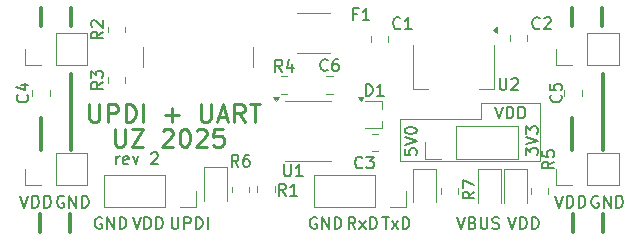
<source format=gbr>
%TF.GenerationSoftware,KiCad,Pcbnew,9.0.3*%
%TF.CreationDate,2025-08-21T23:57:32+02:00*%
%TF.ProjectId,20250807_updi,32303235-3038-4303-975f-757064692e6b,rev?*%
%TF.SameCoordinates,Original*%
%TF.FileFunction,Legend,Top*%
%TF.FilePolarity,Positive*%
%FSLAX46Y46*%
G04 Gerber Fmt 4.6, Leading zero omitted, Abs format (unit mm)*
G04 Created by KiCad (PCBNEW 9.0.3) date 2025-08-21 23:57:32*
%MOMM*%
%LPD*%
G01*
G04 APERTURE LIST*
%ADD10C,0.200000*%
%ADD11C,0.100000*%
%ADD12C,0.350000*%
%ADD13C,0.250000*%
%ADD14C,0.150000*%
%ADD15C,0.120000*%
G04 APERTURE END LIST*
D10*
X199399673Y-93747219D02*
X199399673Y-93080552D01*
X199399673Y-93271028D02*
X199447292Y-93175790D01*
X199447292Y-93175790D02*
X199494911Y-93128171D01*
X199494911Y-93128171D02*
X199590149Y-93080552D01*
X199590149Y-93080552D02*
X199685387Y-93080552D01*
X200399673Y-93699600D02*
X200304435Y-93747219D01*
X200304435Y-93747219D02*
X200113959Y-93747219D01*
X200113959Y-93747219D02*
X200018721Y-93699600D01*
X200018721Y-93699600D02*
X199971102Y-93604361D01*
X199971102Y-93604361D02*
X199971102Y-93223409D01*
X199971102Y-93223409D02*
X200018721Y-93128171D01*
X200018721Y-93128171D02*
X200113959Y-93080552D01*
X200113959Y-93080552D02*
X200304435Y-93080552D01*
X200304435Y-93080552D02*
X200399673Y-93128171D01*
X200399673Y-93128171D02*
X200447292Y-93223409D01*
X200447292Y-93223409D02*
X200447292Y-93318647D01*
X200447292Y-93318647D02*
X199971102Y-93413885D01*
X200780626Y-93080552D02*
X201018721Y-93747219D01*
X201018721Y-93747219D02*
X201256816Y-93080552D01*
X202352055Y-92842457D02*
X202399674Y-92794838D01*
X202399674Y-92794838D02*
X202494912Y-92747219D01*
X202494912Y-92747219D02*
X202733007Y-92747219D01*
X202733007Y-92747219D02*
X202828245Y-92794838D01*
X202828245Y-92794838D02*
X202875864Y-92842457D01*
X202875864Y-92842457D02*
X202923483Y-92937695D01*
X202923483Y-92937695D02*
X202923483Y-93032933D01*
X202923483Y-93032933D02*
X202875864Y-93175790D01*
X202875864Y-93175790D02*
X202304436Y-93747219D01*
X202304436Y-93747219D02*
X202923483Y-93747219D01*
D11*
X230250000Y-88550000D02*
X235300000Y-88550000D01*
D12*
X195450000Y-98000000D02*
X195450000Y-99500000D01*
X195550000Y-80500000D02*
X195550000Y-82000000D01*
X193050000Y-80500000D02*
X193050000Y-82000000D01*
D11*
X235300000Y-93450000D02*
X223450000Y-93450000D01*
X235300000Y-88550000D02*
X235300000Y-93450000D01*
D12*
X238095000Y-98000000D02*
X238095000Y-99500000D01*
X240500000Y-80500000D02*
X240500000Y-82000000D01*
X238000000Y-80500000D02*
X238000000Y-82000000D01*
D11*
X223450000Y-89950000D02*
X230250000Y-89950000D01*
D12*
X240595000Y-98000000D02*
X240595000Y-99500000D01*
X193000000Y-89850000D02*
X193000000Y-92500000D01*
X240595000Y-86100000D02*
X240595000Y-92500000D01*
D11*
X223450000Y-93450000D02*
X223450000Y-89950000D01*
D12*
X192950000Y-98000000D02*
X192950000Y-99500000D01*
X195595000Y-86100000D02*
X195595000Y-92500000D01*
X238000000Y-89850000D02*
X238000000Y-92500000D01*
D11*
X230250000Y-89950000D02*
X230250000Y-88550000D01*
D10*
X240193482Y-96464838D02*
X240098244Y-96417219D01*
X240098244Y-96417219D02*
X239955387Y-96417219D01*
X239955387Y-96417219D02*
X239812530Y-96464838D01*
X239812530Y-96464838D02*
X239717292Y-96560076D01*
X239717292Y-96560076D02*
X239669673Y-96655314D01*
X239669673Y-96655314D02*
X239622054Y-96845790D01*
X239622054Y-96845790D02*
X239622054Y-96988647D01*
X239622054Y-96988647D02*
X239669673Y-97179123D01*
X239669673Y-97179123D02*
X239717292Y-97274361D01*
X239717292Y-97274361D02*
X239812530Y-97369600D01*
X239812530Y-97369600D02*
X239955387Y-97417219D01*
X239955387Y-97417219D02*
X240050625Y-97417219D01*
X240050625Y-97417219D02*
X240193482Y-97369600D01*
X240193482Y-97369600D02*
X240241101Y-97321980D01*
X240241101Y-97321980D02*
X240241101Y-96988647D01*
X240241101Y-96988647D02*
X240050625Y-96988647D01*
X240669673Y-97417219D02*
X240669673Y-96417219D01*
X240669673Y-96417219D02*
X241241101Y-97417219D01*
X241241101Y-97417219D02*
X241241101Y-96417219D01*
X241717292Y-97417219D02*
X241717292Y-96417219D01*
X241717292Y-96417219D02*
X241955387Y-96417219D01*
X241955387Y-96417219D02*
X242098244Y-96464838D01*
X242098244Y-96464838D02*
X242193482Y-96560076D01*
X242193482Y-96560076D02*
X242241101Y-96655314D01*
X242241101Y-96655314D02*
X242288720Y-96845790D01*
X242288720Y-96845790D02*
X242288720Y-96988647D01*
X242288720Y-96988647D02*
X242241101Y-97179123D01*
X242241101Y-97179123D02*
X242193482Y-97274361D01*
X242193482Y-97274361D02*
X242098244Y-97369600D01*
X242098244Y-97369600D02*
X241955387Y-97417219D01*
X241955387Y-97417219D02*
X241717292Y-97417219D01*
X231426816Y-88867219D02*
X231760149Y-89867219D01*
X231760149Y-89867219D02*
X232093482Y-88867219D01*
X232426816Y-89867219D02*
X232426816Y-88867219D01*
X232426816Y-88867219D02*
X232664911Y-88867219D01*
X232664911Y-88867219D02*
X232807768Y-88914838D01*
X232807768Y-88914838D02*
X232903006Y-89010076D01*
X232903006Y-89010076D02*
X232950625Y-89105314D01*
X232950625Y-89105314D02*
X232998244Y-89295790D01*
X232998244Y-89295790D02*
X232998244Y-89438647D01*
X232998244Y-89438647D02*
X232950625Y-89629123D01*
X232950625Y-89629123D02*
X232903006Y-89724361D01*
X232903006Y-89724361D02*
X232807768Y-89819600D01*
X232807768Y-89819600D02*
X232664911Y-89867219D01*
X232664911Y-89867219D02*
X232426816Y-89867219D01*
X233426816Y-89867219D02*
X233426816Y-88867219D01*
X233426816Y-88867219D02*
X233664911Y-88867219D01*
X233664911Y-88867219D02*
X233807768Y-88914838D01*
X233807768Y-88914838D02*
X233903006Y-89010076D01*
X233903006Y-89010076D02*
X233950625Y-89105314D01*
X233950625Y-89105314D02*
X233998244Y-89295790D01*
X233998244Y-89295790D02*
X233998244Y-89438647D01*
X233998244Y-89438647D02*
X233950625Y-89629123D01*
X233950625Y-89629123D02*
X233903006Y-89724361D01*
X233903006Y-89724361D02*
X233807768Y-89819600D01*
X233807768Y-89819600D02*
X233664911Y-89867219D01*
X233664911Y-89867219D02*
X233426816Y-89867219D01*
X191276816Y-96417219D02*
X191610149Y-97417219D01*
X191610149Y-97417219D02*
X191943482Y-96417219D01*
X192276816Y-97417219D02*
X192276816Y-96417219D01*
X192276816Y-96417219D02*
X192514911Y-96417219D01*
X192514911Y-96417219D02*
X192657768Y-96464838D01*
X192657768Y-96464838D02*
X192753006Y-96560076D01*
X192753006Y-96560076D02*
X192800625Y-96655314D01*
X192800625Y-96655314D02*
X192848244Y-96845790D01*
X192848244Y-96845790D02*
X192848244Y-96988647D01*
X192848244Y-96988647D02*
X192800625Y-97179123D01*
X192800625Y-97179123D02*
X192753006Y-97274361D01*
X192753006Y-97274361D02*
X192657768Y-97369600D01*
X192657768Y-97369600D02*
X192514911Y-97417219D01*
X192514911Y-97417219D02*
X192276816Y-97417219D01*
X193276816Y-97417219D02*
X193276816Y-96417219D01*
X193276816Y-96417219D02*
X193514911Y-96417219D01*
X193514911Y-96417219D02*
X193657768Y-96464838D01*
X193657768Y-96464838D02*
X193753006Y-96560076D01*
X193753006Y-96560076D02*
X193800625Y-96655314D01*
X193800625Y-96655314D02*
X193848244Y-96845790D01*
X193848244Y-96845790D02*
X193848244Y-96988647D01*
X193848244Y-96988647D02*
X193800625Y-97179123D01*
X193800625Y-97179123D02*
X193753006Y-97274361D01*
X193753006Y-97274361D02*
X193657768Y-97369600D01*
X193657768Y-97369600D02*
X193514911Y-97417219D01*
X193514911Y-97417219D02*
X193276816Y-97417219D01*
X232576816Y-98217219D02*
X232910149Y-99217219D01*
X232910149Y-99217219D02*
X233243482Y-98217219D01*
X233576816Y-99217219D02*
X233576816Y-98217219D01*
X233576816Y-98217219D02*
X233814911Y-98217219D01*
X233814911Y-98217219D02*
X233957768Y-98264838D01*
X233957768Y-98264838D02*
X234053006Y-98360076D01*
X234053006Y-98360076D02*
X234100625Y-98455314D01*
X234100625Y-98455314D02*
X234148244Y-98645790D01*
X234148244Y-98645790D02*
X234148244Y-98788647D01*
X234148244Y-98788647D02*
X234100625Y-98979123D01*
X234100625Y-98979123D02*
X234053006Y-99074361D01*
X234053006Y-99074361D02*
X233957768Y-99169600D01*
X233957768Y-99169600D02*
X233814911Y-99217219D01*
X233814911Y-99217219D02*
X233576816Y-99217219D01*
X234576816Y-99217219D02*
X234576816Y-98217219D01*
X234576816Y-98217219D02*
X234814911Y-98217219D01*
X234814911Y-98217219D02*
X234957768Y-98264838D01*
X234957768Y-98264838D02*
X235053006Y-98360076D01*
X235053006Y-98360076D02*
X235100625Y-98455314D01*
X235100625Y-98455314D02*
X235148244Y-98645790D01*
X235148244Y-98645790D02*
X235148244Y-98788647D01*
X235148244Y-98788647D02*
X235100625Y-98979123D01*
X235100625Y-98979123D02*
X235053006Y-99074361D01*
X235053006Y-99074361D02*
X234957768Y-99169600D01*
X234957768Y-99169600D02*
X234814911Y-99217219D01*
X234814911Y-99217219D02*
X234576816Y-99217219D01*
D13*
X197101615Y-88643428D02*
X197101615Y-89857714D01*
X197101615Y-89857714D02*
X197173044Y-90000571D01*
X197173044Y-90000571D02*
X197244473Y-90072000D01*
X197244473Y-90072000D02*
X197387330Y-90143428D01*
X197387330Y-90143428D02*
X197673044Y-90143428D01*
X197673044Y-90143428D02*
X197815901Y-90072000D01*
X197815901Y-90072000D02*
X197887330Y-90000571D01*
X197887330Y-90000571D02*
X197958758Y-89857714D01*
X197958758Y-89857714D02*
X197958758Y-88643428D01*
X198673044Y-90143428D02*
X198673044Y-88643428D01*
X198673044Y-88643428D02*
X199244473Y-88643428D01*
X199244473Y-88643428D02*
X199387330Y-88714857D01*
X199387330Y-88714857D02*
X199458759Y-88786285D01*
X199458759Y-88786285D02*
X199530187Y-88929142D01*
X199530187Y-88929142D02*
X199530187Y-89143428D01*
X199530187Y-89143428D02*
X199458759Y-89286285D01*
X199458759Y-89286285D02*
X199387330Y-89357714D01*
X199387330Y-89357714D02*
X199244473Y-89429142D01*
X199244473Y-89429142D02*
X198673044Y-89429142D01*
X200173044Y-90143428D02*
X200173044Y-88643428D01*
X200173044Y-88643428D02*
X200530187Y-88643428D01*
X200530187Y-88643428D02*
X200744473Y-88714857D01*
X200744473Y-88714857D02*
X200887330Y-88857714D01*
X200887330Y-88857714D02*
X200958759Y-89000571D01*
X200958759Y-89000571D02*
X201030187Y-89286285D01*
X201030187Y-89286285D02*
X201030187Y-89500571D01*
X201030187Y-89500571D02*
X200958759Y-89786285D01*
X200958759Y-89786285D02*
X200887330Y-89929142D01*
X200887330Y-89929142D02*
X200744473Y-90072000D01*
X200744473Y-90072000D02*
X200530187Y-90143428D01*
X200530187Y-90143428D02*
X200173044Y-90143428D01*
X201673044Y-90143428D02*
X201673044Y-88643428D01*
X203530187Y-89572000D02*
X204673045Y-89572000D01*
X204101616Y-90143428D02*
X204101616Y-89000571D01*
X206530187Y-88643428D02*
X206530187Y-89857714D01*
X206530187Y-89857714D02*
X206601616Y-90000571D01*
X206601616Y-90000571D02*
X206673045Y-90072000D01*
X206673045Y-90072000D02*
X206815902Y-90143428D01*
X206815902Y-90143428D02*
X207101616Y-90143428D01*
X207101616Y-90143428D02*
X207244473Y-90072000D01*
X207244473Y-90072000D02*
X207315902Y-90000571D01*
X207315902Y-90000571D02*
X207387330Y-89857714D01*
X207387330Y-89857714D02*
X207387330Y-88643428D01*
X208030188Y-89714857D02*
X208744474Y-89714857D01*
X207887331Y-90143428D02*
X208387331Y-88643428D01*
X208387331Y-88643428D02*
X208887331Y-90143428D01*
X210244473Y-90143428D02*
X209744473Y-89429142D01*
X209387330Y-90143428D02*
X209387330Y-88643428D01*
X209387330Y-88643428D02*
X209958759Y-88643428D01*
X209958759Y-88643428D02*
X210101616Y-88714857D01*
X210101616Y-88714857D02*
X210173045Y-88786285D01*
X210173045Y-88786285D02*
X210244473Y-88929142D01*
X210244473Y-88929142D02*
X210244473Y-89143428D01*
X210244473Y-89143428D02*
X210173045Y-89286285D01*
X210173045Y-89286285D02*
X210101616Y-89357714D01*
X210101616Y-89357714D02*
X209958759Y-89429142D01*
X209958759Y-89429142D02*
X209387330Y-89429142D01*
X210673045Y-88643428D02*
X211530188Y-88643428D01*
X211101616Y-90143428D02*
X211101616Y-88643428D01*
D10*
X204069673Y-98217219D02*
X204069673Y-99026742D01*
X204069673Y-99026742D02*
X204117292Y-99121980D01*
X204117292Y-99121980D02*
X204164911Y-99169600D01*
X204164911Y-99169600D02*
X204260149Y-99217219D01*
X204260149Y-99217219D02*
X204450625Y-99217219D01*
X204450625Y-99217219D02*
X204545863Y-99169600D01*
X204545863Y-99169600D02*
X204593482Y-99121980D01*
X204593482Y-99121980D02*
X204641101Y-99026742D01*
X204641101Y-99026742D02*
X204641101Y-98217219D01*
X205117292Y-99217219D02*
X205117292Y-98217219D01*
X205117292Y-98217219D02*
X205498244Y-98217219D01*
X205498244Y-98217219D02*
X205593482Y-98264838D01*
X205593482Y-98264838D02*
X205641101Y-98312457D01*
X205641101Y-98312457D02*
X205688720Y-98407695D01*
X205688720Y-98407695D02*
X205688720Y-98550552D01*
X205688720Y-98550552D02*
X205641101Y-98645790D01*
X205641101Y-98645790D02*
X205593482Y-98693409D01*
X205593482Y-98693409D02*
X205498244Y-98741028D01*
X205498244Y-98741028D02*
X205117292Y-98741028D01*
X206117292Y-99217219D02*
X206117292Y-98217219D01*
X206117292Y-98217219D02*
X206355387Y-98217219D01*
X206355387Y-98217219D02*
X206498244Y-98264838D01*
X206498244Y-98264838D02*
X206593482Y-98360076D01*
X206593482Y-98360076D02*
X206641101Y-98455314D01*
X206641101Y-98455314D02*
X206688720Y-98645790D01*
X206688720Y-98645790D02*
X206688720Y-98788647D01*
X206688720Y-98788647D02*
X206641101Y-98979123D01*
X206641101Y-98979123D02*
X206593482Y-99074361D01*
X206593482Y-99074361D02*
X206498244Y-99169600D01*
X206498244Y-99169600D02*
X206355387Y-99217219D01*
X206355387Y-99217219D02*
X206117292Y-99217219D01*
X207117292Y-99217219D02*
X207117292Y-98217219D01*
X221926816Y-98217219D02*
X222498244Y-98217219D01*
X222212530Y-99217219D02*
X222212530Y-98217219D01*
X222736340Y-99217219D02*
X223260149Y-98550552D01*
X222736340Y-98550552D02*
X223260149Y-99217219D01*
X223641102Y-99217219D02*
X223641102Y-98217219D01*
X223641102Y-98217219D02*
X223879197Y-98217219D01*
X223879197Y-98217219D02*
X224022054Y-98264838D01*
X224022054Y-98264838D02*
X224117292Y-98360076D01*
X224117292Y-98360076D02*
X224164911Y-98455314D01*
X224164911Y-98455314D02*
X224212530Y-98645790D01*
X224212530Y-98645790D02*
X224212530Y-98788647D01*
X224212530Y-98788647D02*
X224164911Y-98979123D01*
X224164911Y-98979123D02*
X224117292Y-99074361D01*
X224117292Y-99074361D02*
X224022054Y-99169600D01*
X224022054Y-99169600D02*
X223879197Y-99217219D01*
X223879197Y-99217219D02*
X223641102Y-99217219D01*
X219641101Y-99217219D02*
X219307768Y-98741028D01*
X219069673Y-99217219D02*
X219069673Y-98217219D01*
X219069673Y-98217219D02*
X219450625Y-98217219D01*
X219450625Y-98217219D02*
X219545863Y-98264838D01*
X219545863Y-98264838D02*
X219593482Y-98312457D01*
X219593482Y-98312457D02*
X219641101Y-98407695D01*
X219641101Y-98407695D02*
X219641101Y-98550552D01*
X219641101Y-98550552D02*
X219593482Y-98645790D01*
X219593482Y-98645790D02*
X219545863Y-98693409D01*
X219545863Y-98693409D02*
X219450625Y-98741028D01*
X219450625Y-98741028D02*
X219069673Y-98741028D01*
X219974435Y-99217219D02*
X220498244Y-98550552D01*
X219974435Y-98550552D02*
X220498244Y-99217219D01*
X220879197Y-99217219D02*
X220879197Y-98217219D01*
X220879197Y-98217219D02*
X221117292Y-98217219D01*
X221117292Y-98217219D02*
X221260149Y-98264838D01*
X221260149Y-98264838D02*
X221355387Y-98360076D01*
X221355387Y-98360076D02*
X221403006Y-98455314D01*
X221403006Y-98455314D02*
X221450625Y-98645790D01*
X221450625Y-98645790D02*
X221450625Y-98788647D01*
X221450625Y-98788647D02*
X221403006Y-98979123D01*
X221403006Y-98979123D02*
X221355387Y-99074361D01*
X221355387Y-99074361D02*
X221260149Y-99169600D01*
X221260149Y-99169600D02*
X221117292Y-99217219D01*
X221117292Y-99217219D02*
X220879197Y-99217219D01*
X228226816Y-98217219D02*
X228560149Y-99217219D01*
X228560149Y-99217219D02*
X228893482Y-98217219D01*
X229560149Y-98693409D02*
X229703006Y-98741028D01*
X229703006Y-98741028D02*
X229750625Y-98788647D01*
X229750625Y-98788647D02*
X229798244Y-98883885D01*
X229798244Y-98883885D02*
X229798244Y-99026742D01*
X229798244Y-99026742D02*
X229750625Y-99121980D01*
X229750625Y-99121980D02*
X229703006Y-99169600D01*
X229703006Y-99169600D02*
X229607768Y-99217219D01*
X229607768Y-99217219D02*
X229226816Y-99217219D01*
X229226816Y-99217219D02*
X229226816Y-98217219D01*
X229226816Y-98217219D02*
X229560149Y-98217219D01*
X229560149Y-98217219D02*
X229655387Y-98264838D01*
X229655387Y-98264838D02*
X229703006Y-98312457D01*
X229703006Y-98312457D02*
X229750625Y-98407695D01*
X229750625Y-98407695D02*
X229750625Y-98502933D01*
X229750625Y-98502933D02*
X229703006Y-98598171D01*
X229703006Y-98598171D02*
X229655387Y-98645790D01*
X229655387Y-98645790D02*
X229560149Y-98693409D01*
X229560149Y-98693409D02*
X229226816Y-98693409D01*
X230226816Y-98217219D02*
X230226816Y-99026742D01*
X230226816Y-99026742D02*
X230274435Y-99121980D01*
X230274435Y-99121980D02*
X230322054Y-99169600D01*
X230322054Y-99169600D02*
X230417292Y-99217219D01*
X230417292Y-99217219D02*
X230607768Y-99217219D01*
X230607768Y-99217219D02*
X230703006Y-99169600D01*
X230703006Y-99169600D02*
X230750625Y-99121980D01*
X230750625Y-99121980D02*
X230798244Y-99026742D01*
X230798244Y-99026742D02*
X230798244Y-98217219D01*
X231226816Y-99169600D02*
X231369673Y-99217219D01*
X231369673Y-99217219D02*
X231607768Y-99217219D01*
X231607768Y-99217219D02*
X231703006Y-99169600D01*
X231703006Y-99169600D02*
X231750625Y-99121980D01*
X231750625Y-99121980D02*
X231798244Y-99026742D01*
X231798244Y-99026742D02*
X231798244Y-98931504D01*
X231798244Y-98931504D02*
X231750625Y-98836266D01*
X231750625Y-98836266D02*
X231703006Y-98788647D01*
X231703006Y-98788647D02*
X231607768Y-98741028D01*
X231607768Y-98741028D02*
X231417292Y-98693409D01*
X231417292Y-98693409D02*
X231322054Y-98645790D01*
X231322054Y-98645790D02*
X231274435Y-98598171D01*
X231274435Y-98598171D02*
X231226816Y-98502933D01*
X231226816Y-98502933D02*
X231226816Y-98407695D01*
X231226816Y-98407695D02*
X231274435Y-98312457D01*
X231274435Y-98312457D02*
X231322054Y-98264838D01*
X231322054Y-98264838D02*
X231417292Y-98217219D01*
X231417292Y-98217219D02*
X231655387Y-98217219D01*
X231655387Y-98217219D02*
X231798244Y-98264838D01*
X216343482Y-98264838D02*
X216248244Y-98217219D01*
X216248244Y-98217219D02*
X216105387Y-98217219D01*
X216105387Y-98217219D02*
X215962530Y-98264838D01*
X215962530Y-98264838D02*
X215867292Y-98360076D01*
X215867292Y-98360076D02*
X215819673Y-98455314D01*
X215819673Y-98455314D02*
X215772054Y-98645790D01*
X215772054Y-98645790D02*
X215772054Y-98788647D01*
X215772054Y-98788647D02*
X215819673Y-98979123D01*
X215819673Y-98979123D02*
X215867292Y-99074361D01*
X215867292Y-99074361D02*
X215962530Y-99169600D01*
X215962530Y-99169600D02*
X216105387Y-99217219D01*
X216105387Y-99217219D02*
X216200625Y-99217219D01*
X216200625Y-99217219D02*
X216343482Y-99169600D01*
X216343482Y-99169600D02*
X216391101Y-99121980D01*
X216391101Y-99121980D02*
X216391101Y-98788647D01*
X216391101Y-98788647D02*
X216200625Y-98788647D01*
X216819673Y-99217219D02*
X216819673Y-98217219D01*
X216819673Y-98217219D02*
X217391101Y-99217219D01*
X217391101Y-99217219D02*
X217391101Y-98217219D01*
X217867292Y-99217219D02*
X217867292Y-98217219D01*
X217867292Y-98217219D02*
X218105387Y-98217219D01*
X218105387Y-98217219D02*
X218248244Y-98264838D01*
X218248244Y-98264838D02*
X218343482Y-98360076D01*
X218343482Y-98360076D02*
X218391101Y-98455314D01*
X218391101Y-98455314D02*
X218438720Y-98645790D01*
X218438720Y-98645790D02*
X218438720Y-98788647D01*
X218438720Y-98788647D02*
X218391101Y-98979123D01*
X218391101Y-98979123D02*
X218343482Y-99074361D01*
X218343482Y-99074361D02*
X218248244Y-99169600D01*
X218248244Y-99169600D02*
X218105387Y-99217219D01*
X218105387Y-99217219D02*
X217867292Y-99217219D01*
X236526816Y-96417219D02*
X236860149Y-97417219D01*
X236860149Y-97417219D02*
X237193482Y-96417219D01*
X237526816Y-97417219D02*
X237526816Y-96417219D01*
X237526816Y-96417219D02*
X237764911Y-96417219D01*
X237764911Y-96417219D02*
X237907768Y-96464838D01*
X237907768Y-96464838D02*
X238003006Y-96560076D01*
X238003006Y-96560076D02*
X238050625Y-96655314D01*
X238050625Y-96655314D02*
X238098244Y-96845790D01*
X238098244Y-96845790D02*
X238098244Y-96988647D01*
X238098244Y-96988647D02*
X238050625Y-97179123D01*
X238050625Y-97179123D02*
X238003006Y-97274361D01*
X238003006Y-97274361D02*
X237907768Y-97369600D01*
X237907768Y-97369600D02*
X237764911Y-97417219D01*
X237764911Y-97417219D02*
X237526816Y-97417219D01*
X238526816Y-97417219D02*
X238526816Y-96417219D01*
X238526816Y-96417219D02*
X238764911Y-96417219D01*
X238764911Y-96417219D02*
X238907768Y-96464838D01*
X238907768Y-96464838D02*
X239003006Y-96560076D01*
X239003006Y-96560076D02*
X239050625Y-96655314D01*
X239050625Y-96655314D02*
X239098244Y-96845790D01*
X239098244Y-96845790D02*
X239098244Y-96988647D01*
X239098244Y-96988647D02*
X239050625Y-97179123D01*
X239050625Y-97179123D02*
X239003006Y-97274361D01*
X239003006Y-97274361D02*
X238907768Y-97369600D01*
X238907768Y-97369600D02*
X238764911Y-97417219D01*
X238764911Y-97417219D02*
X238526816Y-97417219D01*
X200776816Y-98217219D02*
X201110149Y-99217219D01*
X201110149Y-99217219D02*
X201443482Y-98217219D01*
X201776816Y-99217219D02*
X201776816Y-98217219D01*
X201776816Y-98217219D02*
X202014911Y-98217219D01*
X202014911Y-98217219D02*
X202157768Y-98264838D01*
X202157768Y-98264838D02*
X202253006Y-98360076D01*
X202253006Y-98360076D02*
X202300625Y-98455314D01*
X202300625Y-98455314D02*
X202348244Y-98645790D01*
X202348244Y-98645790D02*
X202348244Y-98788647D01*
X202348244Y-98788647D02*
X202300625Y-98979123D01*
X202300625Y-98979123D02*
X202253006Y-99074361D01*
X202253006Y-99074361D02*
X202157768Y-99169600D01*
X202157768Y-99169600D02*
X202014911Y-99217219D01*
X202014911Y-99217219D02*
X201776816Y-99217219D01*
X202776816Y-99217219D02*
X202776816Y-98217219D01*
X202776816Y-98217219D02*
X203014911Y-98217219D01*
X203014911Y-98217219D02*
X203157768Y-98264838D01*
X203157768Y-98264838D02*
X203253006Y-98360076D01*
X203253006Y-98360076D02*
X203300625Y-98455314D01*
X203300625Y-98455314D02*
X203348244Y-98645790D01*
X203348244Y-98645790D02*
X203348244Y-98788647D01*
X203348244Y-98788647D02*
X203300625Y-98979123D01*
X203300625Y-98979123D02*
X203253006Y-99074361D01*
X203253006Y-99074361D02*
X203157768Y-99169600D01*
X203157768Y-99169600D02*
X203014911Y-99217219D01*
X203014911Y-99217219D02*
X202776816Y-99217219D01*
X194943482Y-96464838D02*
X194848244Y-96417219D01*
X194848244Y-96417219D02*
X194705387Y-96417219D01*
X194705387Y-96417219D02*
X194562530Y-96464838D01*
X194562530Y-96464838D02*
X194467292Y-96560076D01*
X194467292Y-96560076D02*
X194419673Y-96655314D01*
X194419673Y-96655314D02*
X194372054Y-96845790D01*
X194372054Y-96845790D02*
X194372054Y-96988647D01*
X194372054Y-96988647D02*
X194419673Y-97179123D01*
X194419673Y-97179123D02*
X194467292Y-97274361D01*
X194467292Y-97274361D02*
X194562530Y-97369600D01*
X194562530Y-97369600D02*
X194705387Y-97417219D01*
X194705387Y-97417219D02*
X194800625Y-97417219D01*
X194800625Y-97417219D02*
X194943482Y-97369600D01*
X194943482Y-97369600D02*
X194991101Y-97321980D01*
X194991101Y-97321980D02*
X194991101Y-96988647D01*
X194991101Y-96988647D02*
X194800625Y-96988647D01*
X195419673Y-97417219D02*
X195419673Y-96417219D01*
X195419673Y-96417219D02*
X195991101Y-97417219D01*
X195991101Y-97417219D02*
X195991101Y-96417219D01*
X196467292Y-97417219D02*
X196467292Y-96417219D01*
X196467292Y-96417219D02*
X196705387Y-96417219D01*
X196705387Y-96417219D02*
X196848244Y-96464838D01*
X196848244Y-96464838D02*
X196943482Y-96560076D01*
X196943482Y-96560076D02*
X196991101Y-96655314D01*
X196991101Y-96655314D02*
X197038720Y-96845790D01*
X197038720Y-96845790D02*
X197038720Y-96988647D01*
X197038720Y-96988647D02*
X196991101Y-97179123D01*
X196991101Y-97179123D02*
X196943482Y-97274361D01*
X196943482Y-97274361D02*
X196848244Y-97369600D01*
X196848244Y-97369600D02*
X196705387Y-97417219D01*
X196705387Y-97417219D02*
X196467292Y-97417219D01*
X198143482Y-98264838D02*
X198048244Y-98217219D01*
X198048244Y-98217219D02*
X197905387Y-98217219D01*
X197905387Y-98217219D02*
X197762530Y-98264838D01*
X197762530Y-98264838D02*
X197667292Y-98360076D01*
X197667292Y-98360076D02*
X197619673Y-98455314D01*
X197619673Y-98455314D02*
X197572054Y-98645790D01*
X197572054Y-98645790D02*
X197572054Y-98788647D01*
X197572054Y-98788647D02*
X197619673Y-98979123D01*
X197619673Y-98979123D02*
X197667292Y-99074361D01*
X197667292Y-99074361D02*
X197762530Y-99169600D01*
X197762530Y-99169600D02*
X197905387Y-99217219D01*
X197905387Y-99217219D02*
X198000625Y-99217219D01*
X198000625Y-99217219D02*
X198143482Y-99169600D01*
X198143482Y-99169600D02*
X198191101Y-99121980D01*
X198191101Y-99121980D02*
X198191101Y-98788647D01*
X198191101Y-98788647D02*
X198000625Y-98788647D01*
X198619673Y-99217219D02*
X198619673Y-98217219D01*
X198619673Y-98217219D02*
X199191101Y-99217219D01*
X199191101Y-99217219D02*
X199191101Y-98217219D01*
X199667292Y-99217219D02*
X199667292Y-98217219D01*
X199667292Y-98217219D02*
X199905387Y-98217219D01*
X199905387Y-98217219D02*
X200048244Y-98264838D01*
X200048244Y-98264838D02*
X200143482Y-98360076D01*
X200143482Y-98360076D02*
X200191101Y-98455314D01*
X200191101Y-98455314D02*
X200238720Y-98645790D01*
X200238720Y-98645790D02*
X200238720Y-98788647D01*
X200238720Y-98788647D02*
X200191101Y-98979123D01*
X200191101Y-98979123D02*
X200143482Y-99074361D01*
X200143482Y-99074361D02*
X200048244Y-99169600D01*
X200048244Y-99169600D02*
X199905387Y-99217219D01*
X199905387Y-99217219D02*
X199667292Y-99217219D01*
X234067219Y-92975564D02*
X234067219Y-92356517D01*
X234067219Y-92356517D02*
X234448171Y-92689850D01*
X234448171Y-92689850D02*
X234448171Y-92546993D01*
X234448171Y-92546993D02*
X234495790Y-92451755D01*
X234495790Y-92451755D02*
X234543409Y-92404136D01*
X234543409Y-92404136D02*
X234638647Y-92356517D01*
X234638647Y-92356517D02*
X234876742Y-92356517D01*
X234876742Y-92356517D02*
X234971980Y-92404136D01*
X234971980Y-92404136D02*
X235019600Y-92451755D01*
X235019600Y-92451755D02*
X235067219Y-92546993D01*
X235067219Y-92546993D02*
X235067219Y-92832707D01*
X235067219Y-92832707D02*
X235019600Y-92927945D01*
X235019600Y-92927945D02*
X234971980Y-92975564D01*
X234067219Y-92070802D02*
X235067219Y-91737469D01*
X235067219Y-91737469D02*
X234067219Y-91404136D01*
X234067219Y-91166040D02*
X234067219Y-90546993D01*
X234067219Y-90546993D02*
X234448171Y-90880326D01*
X234448171Y-90880326D02*
X234448171Y-90737469D01*
X234448171Y-90737469D02*
X234495790Y-90642231D01*
X234495790Y-90642231D02*
X234543409Y-90594612D01*
X234543409Y-90594612D02*
X234638647Y-90546993D01*
X234638647Y-90546993D02*
X234876742Y-90546993D01*
X234876742Y-90546993D02*
X234971980Y-90594612D01*
X234971980Y-90594612D02*
X235019600Y-90642231D01*
X235019600Y-90642231D02*
X235067219Y-90737469D01*
X235067219Y-90737469D02*
X235067219Y-91023183D01*
X235067219Y-91023183D02*
X235019600Y-91118421D01*
X235019600Y-91118421D02*
X234971980Y-91166040D01*
D13*
X199251615Y-90753428D02*
X199251615Y-91967714D01*
X199251615Y-91967714D02*
X199323044Y-92110571D01*
X199323044Y-92110571D02*
X199394473Y-92182000D01*
X199394473Y-92182000D02*
X199537330Y-92253428D01*
X199537330Y-92253428D02*
X199823044Y-92253428D01*
X199823044Y-92253428D02*
X199965901Y-92182000D01*
X199965901Y-92182000D02*
X200037330Y-92110571D01*
X200037330Y-92110571D02*
X200108758Y-91967714D01*
X200108758Y-91967714D02*
X200108758Y-90753428D01*
X200680187Y-90753428D02*
X201680187Y-90753428D01*
X201680187Y-90753428D02*
X200680187Y-92253428D01*
X200680187Y-92253428D02*
X201680187Y-92253428D01*
X203323044Y-90896285D02*
X203394472Y-90824857D01*
X203394472Y-90824857D02*
X203537330Y-90753428D01*
X203537330Y-90753428D02*
X203894472Y-90753428D01*
X203894472Y-90753428D02*
X204037330Y-90824857D01*
X204037330Y-90824857D02*
X204108758Y-90896285D01*
X204108758Y-90896285D02*
X204180187Y-91039142D01*
X204180187Y-91039142D02*
X204180187Y-91182000D01*
X204180187Y-91182000D02*
X204108758Y-91396285D01*
X204108758Y-91396285D02*
X203251615Y-92253428D01*
X203251615Y-92253428D02*
X204180187Y-92253428D01*
X205108758Y-90753428D02*
X205251615Y-90753428D01*
X205251615Y-90753428D02*
X205394472Y-90824857D01*
X205394472Y-90824857D02*
X205465901Y-90896285D01*
X205465901Y-90896285D02*
X205537329Y-91039142D01*
X205537329Y-91039142D02*
X205608758Y-91324857D01*
X205608758Y-91324857D02*
X205608758Y-91682000D01*
X205608758Y-91682000D02*
X205537329Y-91967714D01*
X205537329Y-91967714D02*
X205465901Y-92110571D01*
X205465901Y-92110571D02*
X205394472Y-92182000D01*
X205394472Y-92182000D02*
X205251615Y-92253428D01*
X205251615Y-92253428D02*
X205108758Y-92253428D01*
X205108758Y-92253428D02*
X204965901Y-92182000D01*
X204965901Y-92182000D02*
X204894472Y-92110571D01*
X204894472Y-92110571D02*
X204823043Y-91967714D01*
X204823043Y-91967714D02*
X204751615Y-91682000D01*
X204751615Y-91682000D02*
X204751615Y-91324857D01*
X204751615Y-91324857D02*
X204823043Y-91039142D01*
X204823043Y-91039142D02*
X204894472Y-90896285D01*
X204894472Y-90896285D02*
X204965901Y-90824857D01*
X204965901Y-90824857D02*
X205108758Y-90753428D01*
X206180186Y-90896285D02*
X206251614Y-90824857D01*
X206251614Y-90824857D02*
X206394472Y-90753428D01*
X206394472Y-90753428D02*
X206751614Y-90753428D01*
X206751614Y-90753428D02*
X206894472Y-90824857D01*
X206894472Y-90824857D02*
X206965900Y-90896285D01*
X206965900Y-90896285D02*
X207037329Y-91039142D01*
X207037329Y-91039142D02*
X207037329Y-91182000D01*
X207037329Y-91182000D02*
X206965900Y-91396285D01*
X206965900Y-91396285D02*
X206108757Y-92253428D01*
X206108757Y-92253428D02*
X207037329Y-92253428D01*
X208394471Y-90753428D02*
X207680185Y-90753428D01*
X207680185Y-90753428D02*
X207608757Y-91467714D01*
X207608757Y-91467714D02*
X207680185Y-91396285D01*
X207680185Y-91396285D02*
X207823043Y-91324857D01*
X207823043Y-91324857D02*
X208180185Y-91324857D01*
X208180185Y-91324857D02*
X208323043Y-91396285D01*
X208323043Y-91396285D02*
X208394471Y-91467714D01*
X208394471Y-91467714D02*
X208465900Y-91610571D01*
X208465900Y-91610571D02*
X208465900Y-91967714D01*
X208465900Y-91967714D02*
X208394471Y-92110571D01*
X208394471Y-92110571D02*
X208323043Y-92182000D01*
X208323043Y-92182000D02*
X208180185Y-92253428D01*
X208180185Y-92253428D02*
X207823043Y-92253428D01*
X207823043Y-92253428D02*
X207680185Y-92182000D01*
X207680185Y-92182000D02*
X207608757Y-92110571D01*
D10*
X223817219Y-92454136D02*
X223817219Y-92930326D01*
X223817219Y-92930326D02*
X224293409Y-92977945D01*
X224293409Y-92977945D02*
X224245790Y-92930326D01*
X224245790Y-92930326D02*
X224198171Y-92835088D01*
X224198171Y-92835088D02*
X224198171Y-92596993D01*
X224198171Y-92596993D02*
X224245790Y-92501755D01*
X224245790Y-92501755D02*
X224293409Y-92454136D01*
X224293409Y-92454136D02*
X224388647Y-92406517D01*
X224388647Y-92406517D02*
X224626742Y-92406517D01*
X224626742Y-92406517D02*
X224721980Y-92454136D01*
X224721980Y-92454136D02*
X224769600Y-92501755D01*
X224769600Y-92501755D02*
X224817219Y-92596993D01*
X224817219Y-92596993D02*
X224817219Y-92835088D01*
X224817219Y-92835088D02*
X224769600Y-92930326D01*
X224769600Y-92930326D02*
X224721980Y-92977945D01*
X223817219Y-92120802D02*
X224817219Y-91787469D01*
X224817219Y-91787469D02*
X223817219Y-91454136D01*
X223817219Y-90930326D02*
X223817219Y-90835088D01*
X223817219Y-90835088D02*
X223864838Y-90739850D01*
X223864838Y-90739850D02*
X223912457Y-90692231D01*
X223912457Y-90692231D02*
X224007695Y-90644612D01*
X224007695Y-90644612D02*
X224198171Y-90596993D01*
X224198171Y-90596993D02*
X224436266Y-90596993D01*
X224436266Y-90596993D02*
X224626742Y-90644612D01*
X224626742Y-90644612D02*
X224721980Y-90692231D01*
X224721980Y-90692231D02*
X224769600Y-90739850D01*
X224769600Y-90739850D02*
X224817219Y-90835088D01*
X224817219Y-90835088D02*
X224817219Y-90930326D01*
X224817219Y-90930326D02*
X224769600Y-91025564D01*
X224769600Y-91025564D02*
X224721980Y-91073183D01*
X224721980Y-91073183D02*
X224626742Y-91120802D01*
X224626742Y-91120802D02*
X224436266Y-91168421D01*
X224436266Y-91168421D02*
X224198171Y-91168421D01*
X224198171Y-91168421D02*
X224007695Y-91120802D01*
X224007695Y-91120802D02*
X223912457Y-91073183D01*
X223912457Y-91073183D02*
X223864838Y-91025564D01*
X223864838Y-91025564D02*
X223817219Y-90930326D01*
D14*
X235233333Y-82209580D02*
X235185714Y-82257200D01*
X235185714Y-82257200D02*
X235042857Y-82304819D01*
X235042857Y-82304819D02*
X234947619Y-82304819D01*
X234947619Y-82304819D02*
X234804762Y-82257200D01*
X234804762Y-82257200D02*
X234709524Y-82161961D01*
X234709524Y-82161961D02*
X234661905Y-82066723D01*
X234661905Y-82066723D02*
X234614286Y-81876247D01*
X234614286Y-81876247D02*
X234614286Y-81733390D01*
X234614286Y-81733390D02*
X234661905Y-81542914D01*
X234661905Y-81542914D02*
X234709524Y-81447676D01*
X234709524Y-81447676D02*
X234804762Y-81352438D01*
X234804762Y-81352438D02*
X234947619Y-81304819D01*
X234947619Y-81304819D02*
X235042857Y-81304819D01*
X235042857Y-81304819D02*
X235185714Y-81352438D01*
X235185714Y-81352438D02*
X235233333Y-81400057D01*
X235614286Y-81400057D02*
X235661905Y-81352438D01*
X235661905Y-81352438D02*
X235757143Y-81304819D01*
X235757143Y-81304819D02*
X235995238Y-81304819D01*
X235995238Y-81304819D02*
X236090476Y-81352438D01*
X236090476Y-81352438D02*
X236138095Y-81400057D01*
X236138095Y-81400057D02*
X236185714Y-81495295D01*
X236185714Y-81495295D02*
X236185714Y-81590533D01*
X236185714Y-81590533D02*
X236138095Y-81733390D01*
X236138095Y-81733390D02*
X235566667Y-82304819D01*
X235566667Y-82304819D02*
X236185714Y-82304819D01*
X236454819Y-93516666D02*
X235978628Y-93849999D01*
X236454819Y-94088094D02*
X235454819Y-94088094D01*
X235454819Y-94088094D02*
X235454819Y-93707142D01*
X235454819Y-93707142D02*
X235502438Y-93611904D01*
X235502438Y-93611904D02*
X235550057Y-93564285D01*
X235550057Y-93564285D02*
X235645295Y-93516666D01*
X235645295Y-93516666D02*
X235788152Y-93516666D01*
X235788152Y-93516666D02*
X235883390Y-93564285D01*
X235883390Y-93564285D02*
X235931009Y-93611904D01*
X235931009Y-93611904D02*
X235978628Y-93707142D01*
X235978628Y-93707142D02*
X235978628Y-94088094D01*
X235454819Y-92611904D02*
X235454819Y-93088094D01*
X235454819Y-93088094D02*
X235931009Y-93135713D01*
X235931009Y-93135713D02*
X235883390Y-93088094D01*
X235883390Y-93088094D02*
X235835771Y-92992856D01*
X235835771Y-92992856D02*
X235835771Y-92754761D01*
X235835771Y-92754761D02*
X235883390Y-92659523D01*
X235883390Y-92659523D02*
X235931009Y-92611904D01*
X235931009Y-92611904D02*
X236026247Y-92564285D01*
X236026247Y-92564285D02*
X236264342Y-92564285D01*
X236264342Y-92564285D02*
X236359580Y-92611904D01*
X236359580Y-92611904D02*
X236407200Y-92659523D01*
X236407200Y-92659523D02*
X236454819Y-92754761D01*
X236454819Y-92754761D02*
X236454819Y-92992856D01*
X236454819Y-92992856D02*
X236407200Y-93088094D01*
X236407200Y-93088094D02*
X236359580Y-93135713D01*
X209733333Y-93954819D02*
X209400000Y-93478628D01*
X209161905Y-93954819D02*
X209161905Y-92954819D01*
X209161905Y-92954819D02*
X209542857Y-92954819D01*
X209542857Y-92954819D02*
X209638095Y-93002438D01*
X209638095Y-93002438D02*
X209685714Y-93050057D01*
X209685714Y-93050057D02*
X209733333Y-93145295D01*
X209733333Y-93145295D02*
X209733333Y-93288152D01*
X209733333Y-93288152D02*
X209685714Y-93383390D01*
X209685714Y-93383390D02*
X209638095Y-93431009D01*
X209638095Y-93431009D02*
X209542857Y-93478628D01*
X209542857Y-93478628D02*
X209161905Y-93478628D01*
X210590476Y-92954819D02*
X210400000Y-92954819D01*
X210400000Y-92954819D02*
X210304762Y-93002438D01*
X210304762Y-93002438D02*
X210257143Y-93050057D01*
X210257143Y-93050057D02*
X210161905Y-93192914D01*
X210161905Y-93192914D02*
X210114286Y-93383390D01*
X210114286Y-93383390D02*
X210114286Y-93764342D01*
X210114286Y-93764342D02*
X210161905Y-93859580D01*
X210161905Y-93859580D02*
X210209524Y-93907200D01*
X210209524Y-93907200D02*
X210304762Y-93954819D01*
X210304762Y-93954819D02*
X210495238Y-93954819D01*
X210495238Y-93954819D02*
X210590476Y-93907200D01*
X210590476Y-93907200D02*
X210638095Y-93859580D01*
X210638095Y-93859580D02*
X210685714Y-93764342D01*
X210685714Y-93764342D02*
X210685714Y-93526247D01*
X210685714Y-93526247D02*
X210638095Y-93431009D01*
X210638095Y-93431009D02*
X210590476Y-93383390D01*
X210590476Y-93383390D02*
X210495238Y-93335771D01*
X210495238Y-93335771D02*
X210304762Y-93335771D01*
X210304762Y-93335771D02*
X210209524Y-93383390D01*
X210209524Y-93383390D02*
X210161905Y-93431009D01*
X210161905Y-93431009D02*
X210114286Y-93526247D01*
X231838095Y-86454819D02*
X231838095Y-87264342D01*
X231838095Y-87264342D02*
X231885714Y-87359580D01*
X231885714Y-87359580D02*
X231933333Y-87407200D01*
X231933333Y-87407200D02*
X232028571Y-87454819D01*
X232028571Y-87454819D02*
X232219047Y-87454819D01*
X232219047Y-87454819D02*
X232314285Y-87407200D01*
X232314285Y-87407200D02*
X232361904Y-87359580D01*
X232361904Y-87359580D02*
X232409523Y-87264342D01*
X232409523Y-87264342D02*
X232409523Y-86454819D01*
X232838095Y-86550057D02*
X232885714Y-86502438D01*
X232885714Y-86502438D02*
X232980952Y-86454819D01*
X232980952Y-86454819D02*
X233219047Y-86454819D01*
X233219047Y-86454819D02*
X233314285Y-86502438D01*
X233314285Y-86502438D02*
X233361904Y-86550057D01*
X233361904Y-86550057D02*
X233409523Y-86645295D01*
X233409523Y-86645295D02*
X233409523Y-86740533D01*
X233409523Y-86740533D02*
X233361904Y-86883390D01*
X233361904Y-86883390D02*
X232790476Y-87454819D01*
X232790476Y-87454819D02*
X233409523Y-87454819D01*
X223433333Y-82209580D02*
X223385714Y-82257200D01*
X223385714Y-82257200D02*
X223242857Y-82304819D01*
X223242857Y-82304819D02*
X223147619Y-82304819D01*
X223147619Y-82304819D02*
X223004762Y-82257200D01*
X223004762Y-82257200D02*
X222909524Y-82161961D01*
X222909524Y-82161961D02*
X222861905Y-82066723D01*
X222861905Y-82066723D02*
X222814286Y-81876247D01*
X222814286Y-81876247D02*
X222814286Y-81733390D01*
X222814286Y-81733390D02*
X222861905Y-81542914D01*
X222861905Y-81542914D02*
X222909524Y-81447676D01*
X222909524Y-81447676D02*
X223004762Y-81352438D01*
X223004762Y-81352438D02*
X223147619Y-81304819D01*
X223147619Y-81304819D02*
X223242857Y-81304819D01*
X223242857Y-81304819D02*
X223385714Y-81352438D01*
X223385714Y-81352438D02*
X223433333Y-81400057D01*
X224385714Y-82304819D02*
X223814286Y-82304819D01*
X224100000Y-82304819D02*
X224100000Y-81304819D01*
X224100000Y-81304819D02*
X224004762Y-81447676D01*
X224004762Y-81447676D02*
X223909524Y-81542914D01*
X223909524Y-81542914D02*
X223814286Y-81590533D01*
X217283333Y-85759580D02*
X217235714Y-85807200D01*
X217235714Y-85807200D02*
X217092857Y-85854819D01*
X217092857Y-85854819D02*
X216997619Y-85854819D01*
X216997619Y-85854819D02*
X216854762Y-85807200D01*
X216854762Y-85807200D02*
X216759524Y-85711961D01*
X216759524Y-85711961D02*
X216711905Y-85616723D01*
X216711905Y-85616723D02*
X216664286Y-85426247D01*
X216664286Y-85426247D02*
X216664286Y-85283390D01*
X216664286Y-85283390D02*
X216711905Y-85092914D01*
X216711905Y-85092914D02*
X216759524Y-84997676D01*
X216759524Y-84997676D02*
X216854762Y-84902438D01*
X216854762Y-84902438D02*
X216997619Y-84854819D01*
X216997619Y-84854819D02*
X217092857Y-84854819D01*
X217092857Y-84854819D02*
X217235714Y-84902438D01*
X217235714Y-84902438D02*
X217283333Y-84950057D01*
X218140476Y-84854819D02*
X217950000Y-84854819D01*
X217950000Y-84854819D02*
X217854762Y-84902438D01*
X217854762Y-84902438D02*
X217807143Y-84950057D01*
X217807143Y-84950057D02*
X217711905Y-85092914D01*
X217711905Y-85092914D02*
X217664286Y-85283390D01*
X217664286Y-85283390D02*
X217664286Y-85664342D01*
X217664286Y-85664342D02*
X217711905Y-85759580D01*
X217711905Y-85759580D02*
X217759524Y-85807200D01*
X217759524Y-85807200D02*
X217854762Y-85854819D01*
X217854762Y-85854819D02*
X218045238Y-85854819D01*
X218045238Y-85854819D02*
X218140476Y-85807200D01*
X218140476Y-85807200D02*
X218188095Y-85759580D01*
X218188095Y-85759580D02*
X218235714Y-85664342D01*
X218235714Y-85664342D02*
X218235714Y-85426247D01*
X218235714Y-85426247D02*
X218188095Y-85331009D01*
X218188095Y-85331009D02*
X218140476Y-85283390D01*
X218140476Y-85283390D02*
X218045238Y-85235771D01*
X218045238Y-85235771D02*
X217854762Y-85235771D01*
X217854762Y-85235771D02*
X217759524Y-85283390D01*
X217759524Y-85283390D02*
X217711905Y-85331009D01*
X217711905Y-85331009D02*
X217664286Y-85426247D01*
X219766666Y-81031009D02*
X219433333Y-81031009D01*
X219433333Y-81554819D02*
X219433333Y-80554819D01*
X219433333Y-80554819D02*
X219909523Y-80554819D01*
X220814285Y-81554819D02*
X220242857Y-81554819D01*
X220528571Y-81554819D02*
X220528571Y-80554819D01*
X220528571Y-80554819D02*
X220433333Y-80697676D01*
X220433333Y-80697676D02*
X220338095Y-80792914D01*
X220338095Y-80792914D02*
X220242857Y-80840533D01*
X198254819Y-82516666D02*
X197778628Y-82849999D01*
X198254819Y-83088094D02*
X197254819Y-83088094D01*
X197254819Y-83088094D02*
X197254819Y-82707142D01*
X197254819Y-82707142D02*
X197302438Y-82611904D01*
X197302438Y-82611904D02*
X197350057Y-82564285D01*
X197350057Y-82564285D02*
X197445295Y-82516666D01*
X197445295Y-82516666D02*
X197588152Y-82516666D01*
X197588152Y-82516666D02*
X197683390Y-82564285D01*
X197683390Y-82564285D02*
X197731009Y-82611904D01*
X197731009Y-82611904D02*
X197778628Y-82707142D01*
X197778628Y-82707142D02*
X197778628Y-83088094D01*
X197350057Y-82135713D02*
X197302438Y-82088094D01*
X197302438Y-82088094D02*
X197254819Y-81992856D01*
X197254819Y-81992856D02*
X197254819Y-81754761D01*
X197254819Y-81754761D02*
X197302438Y-81659523D01*
X197302438Y-81659523D02*
X197350057Y-81611904D01*
X197350057Y-81611904D02*
X197445295Y-81564285D01*
X197445295Y-81564285D02*
X197540533Y-81564285D01*
X197540533Y-81564285D02*
X197683390Y-81611904D01*
X197683390Y-81611904D02*
X198254819Y-82183332D01*
X198254819Y-82183332D02*
X198254819Y-81564285D01*
X213433333Y-85904819D02*
X213100000Y-85428628D01*
X212861905Y-85904819D02*
X212861905Y-84904819D01*
X212861905Y-84904819D02*
X213242857Y-84904819D01*
X213242857Y-84904819D02*
X213338095Y-84952438D01*
X213338095Y-84952438D02*
X213385714Y-85000057D01*
X213385714Y-85000057D02*
X213433333Y-85095295D01*
X213433333Y-85095295D02*
X213433333Y-85238152D01*
X213433333Y-85238152D02*
X213385714Y-85333390D01*
X213385714Y-85333390D02*
X213338095Y-85381009D01*
X213338095Y-85381009D02*
X213242857Y-85428628D01*
X213242857Y-85428628D02*
X212861905Y-85428628D01*
X214290476Y-85238152D02*
X214290476Y-85904819D01*
X214052381Y-84857200D02*
X213814286Y-85571485D01*
X213814286Y-85571485D02*
X214433333Y-85571485D01*
X198254819Y-86766666D02*
X197778628Y-87099999D01*
X198254819Y-87338094D02*
X197254819Y-87338094D01*
X197254819Y-87338094D02*
X197254819Y-86957142D01*
X197254819Y-86957142D02*
X197302438Y-86861904D01*
X197302438Y-86861904D02*
X197350057Y-86814285D01*
X197350057Y-86814285D02*
X197445295Y-86766666D01*
X197445295Y-86766666D02*
X197588152Y-86766666D01*
X197588152Y-86766666D02*
X197683390Y-86814285D01*
X197683390Y-86814285D02*
X197731009Y-86861904D01*
X197731009Y-86861904D02*
X197778628Y-86957142D01*
X197778628Y-86957142D02*
X197778628Y-87338094D01*
X197254819Y-86433332D02*
X197254819Y-85814285D01*
X197254819Y-85814285D02*
X197635771Y-86147618D01*
X197635771Y-86147618D02*
X197635771Y-86004761D01*
X197635771Y-86004761D02*
X197683390Y-85909523D01*
X197683390Y-85909523D02*
X197731009Y-85861904D01*
X197731009Y-85861904D02*
X197826247Y-85814285D01*
X197826247Y-85814285D02*
X198064342Y-85814285D01*
X198064342Y-85814285D02*
X198159580Y-85861904D01*
X198159580Y-85861904D02*
X198207200Y-85909523D01*
X198207200Y-85909523D02*
X198254819Y-86004761D01*
X198254819Y-86004761D02*
X198254819Y-86290475D01*
X198254819Y-86290475D02*
X198207200Y-86385713D01*
X198207200Y-86385713D02*
X198159580Y-86433332D01*
X237009580Y-87866666D02*
X237057200Y-87914285D01*
X237057200Y-87914285D02*
X237104819Y-88057142D01*
X237104819Y-88057142D02*
X237104819Y-88152380D01*
X237104819Y-88152380D02*
X237057200Y-88295237D01*
X237057200Y-88295237D02*
X236961961Y-88390475D01*
X236961961Y-88390475D02*
X236866723Y-88438094D01*
X236866723Y-88438094D02*
X236676247Y-88485713D01*
X236676247Y-88485713D02*
X236533390Y-88485713D01*
X236533390Y-88485713D02*
X236342914Y-88438094D01*
X236342914Y-88438094D02*
X236247676Y-88390475D01*
X236247676Y-88390475D02*
X236152438Y-88295237D01*
X236152438Y-88295237D02*
X236104819Y-88152380D01*
X236104819Y-88152380D02*
X236104819Y-88057142D01*
X236104819Y-88057142D02*
X236152438Y-87914285D01*
X236152438Y-87914285D02*
X236200057Y-87866666D01*
X236104819Y-86961904D02*
X236104819Y-87438094D01*
X236104819Y-87438094D02*
X236581009Y-87485713D01*
X236581009Y-87485713D02*
X236533390Y-87438094D01*
X236533390Y-87438094D02*
X236485771Y-87342856D01*
X236485771Y-87342856D02*
X236485771Y-87104761D01*
X236485771Y-87104761D02*
X236533390Y-87009523D01*
X236533390Y-87009523D02*
X236581009Y-86961904D01*
X236581009Y-86961904D02*
X236676247Y-86914285D01*
X236676247Y-86914285D02*
X236914342Y-86914285D01*
X236914342Y-86914285D02*
X237009580Y-86961904D01*
X237009580Y-86961904D02*
X237057200Y-87009523D01*
X237057200Y-87009523D02*
X237104819Y-87104761D01*
X237104819Y-87104761D02*
X237104819Y-87342856D01*
X237104819Y-87342856D02*
X237057200Y-87438094D01*
X237057200Y-87438094D02*
X237009580Y-87485713D01*
X220511905Y-87954819D02*
X220511905Y-86954819D01*
X220511905Y-86954819D02*
X220750000Y-86954819D01*
X220750000Y-86954819D02*
X220892857Y-87002438D01*
X220892857Y-87002438D02*
X220988095Y-87097676D01*
X220988095Y-87097676D02*
X221035714Y-87192914D01*
X221035714Y-87192914D02*
X221083333Y-87383390D01*
X221083333Y-87383390D02*
X221083333Y-87526247D01*
X221083333Y-87526247D02*
X221035714Y-87716723D01*
X221035714Y-87716723D02*
X220988095Y-87811961D01*
X220988095Y-87811961D02*
X220892857Y-87907200D01*
X220892857Y-87907200D02*
X220750000Y-87954819D01*
X220750000Y-87954819D02*
X220511905Y-87954819D01*
X222035714Y-87954819D02*
X221464286Y-87954819D01*
X221750000Y-87954819D02*
X221750000Y-86954819D01*
X221750000Y-86954819D02*
X221654762Y-87097676D01*
X221654762Y-87097676D02*
X221559524Y-87192914D01*
X221559524Y-87192914D02*
X221464286Y-87240533D01*
X213733333Y-96404819D02*
X213400000Y-95928628D01*
X213161905Y-96404819D02*
X213161905Y-95404819D01*
X213161905Y-95404819D02*
X213542857Y-95404819D01*
X213542857Y-95404819D02*
X213638095Y-95452438D01*
X213638095Y-95452438D02*
X213685714Y-95500057D01*
X213685714Y-95500057D02*
X213733333Y-95595295D01*
X213733333Y-95595295D02*
X213733333Y-95738152D01*
X213733333Y-95738152D02*
X213685714Y-95833390D01*
X213685714Y-95833390D02*
X213638095Y-95881009D01*
X213638095Y-95881009D02*
X213542857Y-95928628D01*
X213542857Y-95928628D02*
X213161905Y-95928628D01*
X214685714Y-96404819D02*
X214114286Y-96404819D01*
X214400000Y-96404819D02*
X214400000Y-95404819D01*
X214400000Y-95404819D02*
X214304762Y-95547676D01*
X214304762Y-95547676D02*
X214209524Y-95642914D01*
X214209524Y-95642914D02*
X214114286Y-95690533D01*
X191859580Y-87866666D02*
X191907200Y-87914285D01*
X191907200Y-87914285D02*
X191954819Y-88057142D01*
X191954819Y-88057142D02*
X191954819Y-88152380D01*
X191954819Y-88152380D02*
X191907200Y-88295237D01*
X191907200Y-88295237D02*
X191811961Y-88390475D01*
X191811961Y-88390475D02*
X191716723Y-88438094D01*
X191716723Y-88438094D02*
X191526247Y-88485713D01*
X191526247Y-88485713D02*
X191383390Y-88485713D01*
X191383390Y-88485713D02*
X191192914Y-88438094D01*
X191192914Y-88438094D02*
X191097676Y-88390475D01*
X191097676Y-88390475D02*
X191002438Y-88295237D01*
X191002438Y-88295237D02*
X190954819Y-88152380D01*
X190954819Y-88152380D02*
X190954819Y-88057142D01*
X190954819Y-88057142D02*
X191002438Y-87914285D01*
X191002438Y-87914285D02*
X191050057Y-87866666D01*
X191288152Y-87009523D02*
X191954819Y-87009523D01*
X190907200Y-87247618D02*
X191621485Y-87485713D01*
X191621485Y-87485713D02*
X191621485Y-86866666D01*
X220233333Y-94009580D02*
X220185714Y-94057200D01*
X220185714Y-94057200D02*
X220042857Y-94104819D01*
X220042857Y-94104819D02*
X219947619Y-94104819D01*
X219947619Y-94104819D02*
X219804762Y-94057200D01*
X219804762Y-94057200D02*
X219709524Y-93961961D01*
X219709524Y-93961961D02*
X219661905Y-93866723D01*
X219661905Y-93866723D02*
X219614286Y-93676247D01*
X219614286Y-93676247D02*
X219614286Y-93533390D01*
X219614286Y-93533390D02*
X219661905Y-93342914D01*
X219661905Y-93342914D02*
X219709524Y-93247676D01*
X219709524Y-93247676D02*
X219804762Y-93152438D01*
X219804762Y-93152438D02*
X219947619Y-93104819D01*
X219947619Y-93104819D02*
X220042857Y-93104819D01*
X220042857Y-93104819D02*
X220185714Y-93152438D01*
X220185714Y-93152438D02*
X220233333Y-93200057D01*
X220566667Y-93104819D02*
X221185714Y-93104819D01*
X221185714Y-93104819D02*
X220852381Y-93485771D01*
X220852381Y-93485771D02*
X220995238Y-93485771D01*
X220995238Y-93485771D02*
X221090476Y-93533390D01*
X221090476Y-93533390D02*
X221138095Y-93581009D01*
X221138095Y-93581009D02*
X221185714Y-93676247D01*
X221185714Y-93676247D02*
X221185714Y-93914342D01*
X221185714Y-93914342D02*
X221138095Y-94009580D01*
X221138095Y-94009580D02*
X221090476Y-94057200D01*
X221090476Y-94057200D02*
X220995238Y-94104819D01*
X220995238Y-94104819D02*
X220709524Y-94104819D01*
X220709524Y-94104819D02*
X220614286Y-94057200D01*
X220614286Y-94057200D02*
X220566667Y-94009580D01*
X229704819Y-96066666D02*
X229228628Y-96399999D01*
X229704819Y-96638094D02*
X228704819Y-96638094D01*
X228704819Y-96638094D02*
X228704819Y-96257142D01*
X228704819Y-96257142D02*
X228752438Y-96161904D01*
X228752438Y-96161904D02*
X228800057Y-96114285D01*
X228800057Y-96114285D02*
X228895295Y-96066666D01*
X228895295Y-96066666D02*
X229038152Y-96066666D01*
X229038152Y-96066666D02*
X229133390Y-96114285D01*
X229133390Y-96114285D02*
X229181009Y-96161904D01*
X229181009Y-96161904D02*
X229228628Y-96257142D01*
X229228628Y-96257142D02*
X229228628Y-96638094D01*
X228704819Y-95733332D02*
X228704819Y-95066666D01*
X228704819Y-95066666D02*
X229704819Y-95495237D01*
X213588095Y-93754819D02*
X213588095Y-94564342D01*
X213588095Y-94564342D02*
X213635714Y-94659580D01*
X213635714Y-94659580D02*
X213683333Y-94707200D01*
X213683333Y-94707200D02*
X213778571Y-94754819D01*
X213778571Y-94754819D02*
X213969047Y-94754819D01*
X213969047Y-94754819D02*
X214064285Y-94707200D01*
X214064285Y-94707200D02*
X214111904Y-94659580D01*
X214111904Y-94659580D02*
X214159523Y-94564342D01*
X214159523Y-94564342D02*
X214159523Y-93754819D01*
X215159523Y-94754819D02*
X214588095Y-94754819D01*
X214873809Y-94754819D02*
X214873809Y-93754819D01*
X214873809Y-93754819D02*
X214778571Y-93897676D01*
X214778571Y-93897676D02*
X214683333Y-93992914D01*
X214683333Y-93992914D02*
X214588095Y-94040533D01*
D15*
%TO.C,J8*%
X216140000Y-94670000D02*
X216140000Y-97330000D01*
X221280000Y-94670000D02*
X216140000Y-94670000D01*
X221280000Y-94670000D02*
X221280000Y-97330000D01*
X221280000Y-97330000D02*
X216140000Y-97330000D01*
X223880000Y-96000000D02*
X223880000Y-97330000D01*
X223880000Y-97330000D02*
X222550000Y-97330000D01*
%TO.C,C2*%
X232715000Y-83323752D02*
X232715000Y-82801248D01*
X234185000Y-83323752D02*
X234185000Y-82801248D01*
%TO.C,D6*%
X206840000Y-94015000D02*
X206840000Y-96875000D01*
X208760000Y-94015000D02*
X206840000Y-94015000D01*
X208760000Y-96875000D02*
X208760000Y-94015000D01*
%TO.C,J3*%
X191620000Y-95540000D02*
X191620000Y-94160000D01*
X193000000Y-95540000D02*
X191620000Y-95540000D01*
X194270000Y-92780000D02*
X196920000Y-92780000D01*
X194270000Y-95540000D02*
X194270000Y-92780000D01*
X194270000Y-95540000D02*
X196920000Y-95540000D01*
X196920000Y-95540000D02*
X196920000Y-92780000D01*
%TO.C,D7*%
X224540000Y-94115000D02*
X224540000Y-96975000D01*
X226460000Y-94115000D02*
X224540000Y-94115000D01*
X226460000Y-96975000D02*
X226460000Y-94115000D01*
%TO.C,R5*%
X234465000Y-95772936D02*
X234465000Y-96227064D01*
X235935000Y-95772936D02*
X235935000Y-96227064D01*
%TO.C,R6*%
X209165000Y-96127064D02*
X209165000Y-95672936D01*
X210635000Y-96127064D02*
X210635000Y-95672936D01*
%TO.C,J5*%
X236620000Y-95540000D02*
X236620000Y-94160000D01*
X238000000Y-95540000D02*
X236620000Y-95540000D01*
X239270000Y-92780000D02*
X241920000Y-92780000D01*
X239270000Y-95540000D02*
X239270000Y-92780000D01*
X239270000Y-95540000D02*
X241920000Y-95540000D01*
X241920000Y-95540000D02*
X241920000Y-92780000D01*
%TO.C,U2*%
X224540000Y-83650000D02*
X224540000Y-87410000D01*
X224540000Y-87410000D02*
X225800000Y-87410000D01*
X231360000Y-83650000D02*
X231360000Y-87410000D01*
X231360000Y-87410000D02*
X230100000Y-87410000D01*
X231590000Y-82610000D02*
X231260000Y-82370000D01*
X231590000Y-82130000D01*
X231590000Y-82610000D01*
G36*
X231590000Y-82610000D02*
G01*
X231260000Y-82370000D01*
X231590000Y-82130000D01*
X231590000Y-82610000D01*
G37*
%TO.C,C1*%
X220915000Y-82876248D02*
X220915000Y-83398752D01*
X222385000Y-82876248D02*
X222385000Y-83398752D01*
%TO.C,J1*%
X201650000Y-83795000D02*
X201650000Y-85495000D01*
X210990000Y-83795000D02*
X210990000Y-85495000D01*
%TO.C,C6*%
X217176248Y-86290000D02*
X217698752Y-86290000D01*
X217176248Y-87760000D02*
X217698752Y-87760000D01*
%TO.C,J2*%
X191620000Y-85380000D02*
X191620000Y-84000000D01*
X193000000Y-85380000D02*
X191620000Y-85380000D01*
X194270000Y-82620000D02*
X196920000Y-82620000D01*
X194270000Y-85380000D02*
X194270000Y-82620000D01*
X194270000Y-85380000D02*
X196920000Y-85380000D01*
X196920000Y-85380000D02*
X196920000Y-82620000D01*
%TO.C,F1*%
X214713748Y-80940000D02*
X217486252Y-80940000D01*
X214713748Y-84360000D02*
X217486252Y-84360000D01*
%TO.C,R2*%
X198665000Y-82577064D02*
X198665000Y-82122936D01*
X200135000Y-82577064D02*
X200135000Y-82122936D01*
%TO.C,R4*%
X213372936Y-86315000D02*
X213827064Y-86315000D01*
X213372936Y-87785000D02*
X213827064Y-87785000D01*
%TO.C,J7*%
X225520000Y-93280000D02*
X225520000Y-91900000D01*
X226900000Y-93280000D02*
X225520000Y-93280000D01*
X228170000Y-90520000D02*
X233360000Y-90520000D01*
X228170000Y-93280000D02*
X228170000Y-90520000D01*
X228170000Y-93280000D02*
X233360000Y-93280000D01*
X233360000Y-93280000D02*
X233360000Y-90520000D01*
%TO.C,R3*%
X198665000Y-86372936D02*
X198665000Y-86827064D01*
X200135000Y-86372936D02*
X200135000Y-86827064D01*
%TO.C,C5*%
X237315000Y-87438748D02*
X237315000Y-87961252D01*
X238785000Y-87438748D02*
X238785000Y-87961252D01*
%TO.C,J4*%
X236620000Y-85380000D02*
X236620000Y-84000000D01*
X238000000Y-85380000D02*
X236620000Y-85380000D01*
X239270000Y-82620000D02*
X241920000Y-82620000D01*
X239270000Y-85380000D02*
X239270000Y-82620000D01*
X239270000Y-85380000D02*
X241920000Y-85380000D01*
X241920000Y-85380000D02*
X241920000Y-82620000D01*
%TO.C,D1*%
X220445000Y-88390000D02*
X221855000Y-88390000D01*
X220445000Y-90710000D02*
X221855000Y-90710000D01*
X221855000Y-88390000D02*
X221855000Y-89050000D01*
X221855000Y-90050000D02*
X221855000Y-90710000D01*
X220075000Y-88410000D02*
X219835000Y-88080000D01*
X220315000Y-88080000D01*
X220075000Y-88410000D01*
G36*
X220075000Y-88410000D02*
G01*
X219835000Y-88080000D01*
X220315000Y-88080000D01*
X220075000Y-88410000D01*
G37*
%TO.C,D5*%
X232240000Y-94165000D02*
X232240000Y-97025000D01*
X234160000Y-94165000D02*
X232240000Y-94165000D01*
X234160000Y-97025000D02*
X234160000Y-94165000D01*
%TO.C,R1*%
X211315000Y-95622936D02*
X211315000Y-96077064D01*
X212785000Y-95622936D02*
X212785000Y-96077064D01*
%TO.C,J6*%
X198370000Y-94670000D02*
X198370000Y-97330000D01*
X203510000Y-94670000D02*
X198370000Y-94670000D01*
X203510000Y-94670000D02*
X203510000Y-97330000D01*
X203510000Y-97330000D02*
X198370000Y-97330000D01*
X206110000Y-96000000D02*
X206110000Y-97330000D01*
X206110000Y-97330000D02*
X204780000Y-97330000D01*
%TO.C,C4*%
X192265000Y-87426248D02*
X192265000Y-87948752D01*
X193735000Y-87426248D02*
X193735000Y-87948752D01*
%TO.C,C3*%
X221038748Y-91165000D02*
X221561252Y-91165000D01*
X221038748Y-92635000D02*
X221561252Y-92635000D01*
%TO.C,D4*%
X230040000Y-94165000D02*
X230040000Y-97025000D01*
X231960000Y-94165000D02*
X230040000Y-94165000D01*
X231960000Y-97025000D02*
X231960000Y-94165000D01*
%TO.C,R7*%
X226865000Y-96227064D02*
X226865000Y-95772936D01*
X228335000Y-96227064D02*
X228335000Y-95772936D01*
%TO.C,U1*%
X215637500Y-88390000D02*
X213687500Y-88390000D01*
X215637500Y-88390000D02*
X217587500Y-88390000D01*
X215637500Y-93510000D02*
X213687500Y-93510000D01*
X215637500Y-93510000D02*
X217587500Y-93510000D01*
X212925000Y-88390000D02*
X212685000Y-88060000D01*
X213165000Y-88060000D01*
X212925000Y-88390000D01*
G36*
X212925000Y-88390000D02*
G01*
X212685000Y-88060000D01*
X213165000Y-88060000D01*
X212925000Y-88390000D01*
G37*
%TD*%
M02*

</source>
